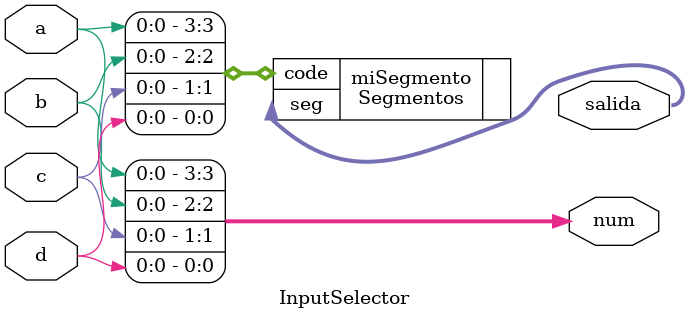
<source format=sv>
module InputSelector(input logic a, b, c, d, output logic [3:0] num, output logic [6:0] salida);
    // Se instancian señales de salida del primer modulo
  // se intancian las entradas de entrada del primer modulo

  // Lógica para formar el array resultado
  always_comb begin
    num = {a, b, c, d};  // Concatenación
  end

  // Instancia del segundo módulo (segmentos)
  Segmentos miSegmento (
    .code(num),
    .seg(salida)
  );
  
  
endmodule
</source>
